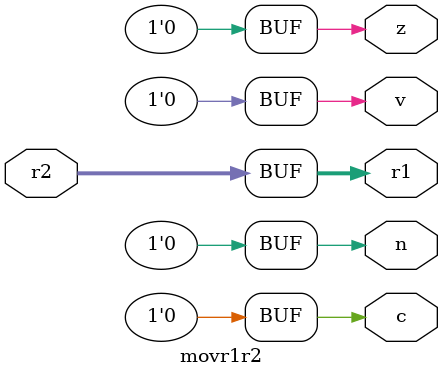
<source format=v>
module movr1r2 (r2, r1, n, z, c, v);
input [31:0] r2;
output [31:0] r1;
output reg n, z, c, v;
assign r1 = r2;

assign n = 1'b0;
assign z = 1'b0;
assign c = 1'b0;
assign v = 1'b0;

endmodule

</source>
